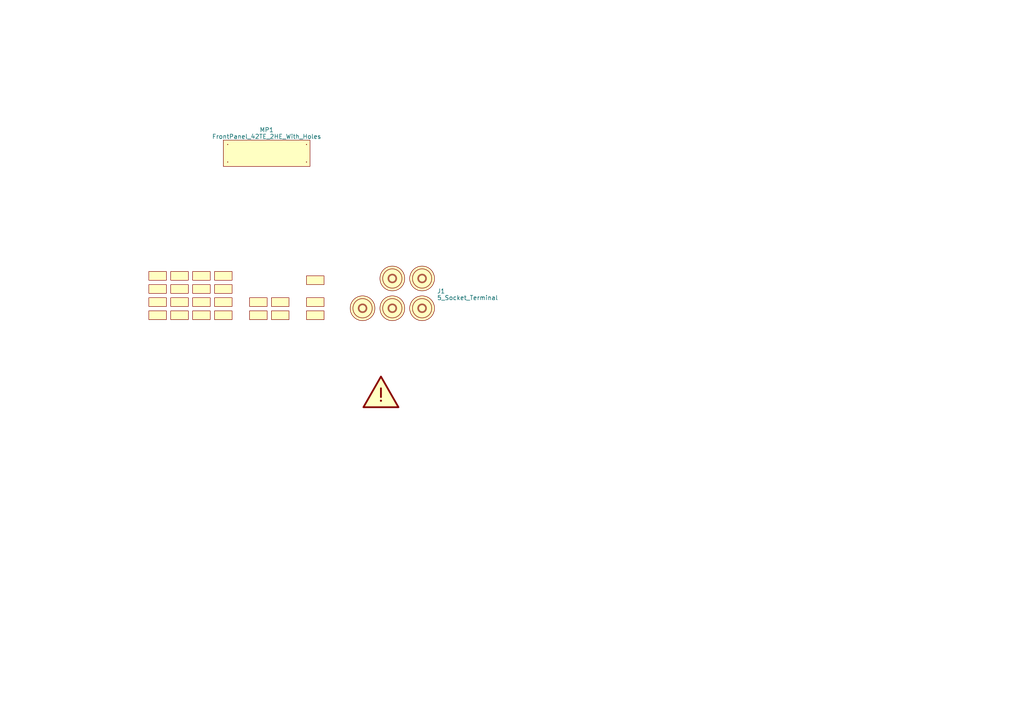
<source format=kicad_sch>
(kicad_sch (version 20230121) (generator eeschema)
  (paper "A4")
  (title_block (title "Front Panel for Programmable Precision Resistor") (date "2023-08-19") (rev "B") (company "Sebastian Harnisch"))
  (lib_symbols
    (symbol "01_Sebastian:SYMBOL_TRIANGLE_WARNING" (pin_numbers hide) (pin_names (offset 0) hide)
      (symbol "SYMBOL_TRIANGLE_WARNING_0_1"
        (circle (center 0 -1.9304) (radius 0.2272) (fill (type outline)))
        (polyline (pts (xy 0 -0.8636) (xy 0 1.6764)) (stroke (width 0.508)))
      )
      (symbol "SYMBOL_TRIANGLE_WARNING_1_1"
        (polyline (pts (xy -5.08 -3.81) (xy 5.08 -3.81) (xy 0 5.08) (xy -5.08 -3.81)) (stroke (width 0.508)) (fill (type background)))
      )
    )
    (symbol "02_Sebastian_FrontPanel:5_Socket_Terminal"
      (property "Reference" "J" (at 0 10.16 0))
      (property "Value" "5_Socket_Terminal" (at 0 12.7 0))
      (symbol "5_Socket_Terminal_0_1"
        (circle (center -4.318 -4.318) (radius 1.016) (stroke (width 0.1524)))
        (circle (center -4.318 -4.318) (radius 1.27) (stroke (width 0.1524)))
        (circle (center -4.318 -4.318) (radius 2.794) (stroke (width 0.1524)))
        (circle (center -4.318 -4.318) (radius 3.5921) (stroke (width 0.1524)) (fill (type background)))
        (circle (center -4.318 4.318) (radius 1.016) (stroke (width 0.1524)))
        (circle (center -4.318 4.318) (radius 1.27) (stroke (width 0.1524)))
        (circle (center -4.318 4.318) (radius 2.794) (stroke (width 0.1524)))
        (circle (center -4.318 4.318) (radius 3.5921) (stroke (width 0.1524)) (fill (type background)))
        (circle (center 4.318 -12.954) (radius 1.016) (stroke (width 0.1524)))
        (circle (center 4.318 -12.954) (radius 1.27) (stroke (width 0.1524)))
        (circle (center 4.318 -12.954) (radius 2.794) (stroke (width 0.1524)))
        (circle (center 4.318 -12.954) (radius 3.5921) (stroke (width 0.1524)) (fill (type background)))
        (circle (center 4.318 -4.318) (radius 1.016) (stroke (width 0.1524)))
        (circle (center 4.318 -4.318) (radius 1.27) (stroke (width 0.1524)))
        (circle (center 4.318 -4.318) (radius 2.794) (stroke (width 0.1524)))
        (circle (center 4.318 -4.318) (radius 3.5921) (stroke (width 0.1524)) (fill (type background)))
        (circle (center 4.318 4.318) (radius 1.016) (stroke (width 0.1524)))
        (circle (center 4.318 4.318) (radius 1.27) (stroke (width 0.1524)))
        (circle (center 4.318 4.318) (radius 2.794) (stroke (width 0.1524)))
        (circle (center 4.318 4.318) (radius 3.5921) (stroke (width 0.1524)) (fill (type background)))
      )
    )
    (symbol "02_Sebastian_FrontPanel:CK PE xx"
      (symbol "CK PE xx_0_1"
        (rectangle (start -2.54 1.27) (end 2.54 -1.27) (stroke (width 0.1524)) (fill (type background)))
      )
    )
    (symbol "02_Sebastian_FrontPanel:FrontPanel_42TE_2HE_With_Holes"
      (property "Reference" "MP" (at 0 5.08 0))
      (property "Value" "FrontPanel_42TE_2HE_With_Holes" (at 0 7.62 0))
      (symbol "FrontPanel_42TE_2HE_With_Holes_0_1"
        (rectangle (start -12.7 3.81) (end 12.446 -3.81) (stroke (width 0.1524)) (fill (type background)))
        (circle (center -11.43 -2.54) (radius 0.0001) (stroke (width 0.1524)))
        (circle (center -11.43 2.54) (radius 0.0001) (stroke (width 0.1524)))
        (circle (center 11.43 -2.54) (radius 0.0001) (stroke (width 0.1524)))
        (circle (center 11.43 2.54) (radius 0.0001) (stroke (width 0.1524)))
      )
    )
  )
  (symbol (lib_id "02_Sebastian_FrontPanel:CK PE xx") (at 58.42 80.01 0) (unit 1)
    (property "Reference" "SW10" (effects hide))
    (property "Value" "CK PE xx" (effects hide))
    (property "Footprint" "02_Sebastian_FrontPanel:CK PE" (effects hide))
    (property "Datasheet" "https://www.mouser.de/datasheet/2/240/pn-3050961.pdf" (effects hide))
  )
  (symbol (lib_id "01_Sebastian:SYMBOL_TRIANGLE_WARNING") (at 110.49 114.3 0) (unit 1)
    (property "Reference" "LOGO1" (effects hide))
    (property "Value" "SYMBOL_TRIANGLE_WARNING" (effects hide))
    (property "Footprint" "01_Sebastian:Triangle_Warning" (effects hide))
  )
  (symbol (lib_id "02_Sebastian_FrontPanel:CK PE xx") (at 45.72 87.63 0) (unit 1)
    (property "Reference" "SW9" (effects hide))
    (property "Value" "CK PE xx" (effects hide))
    (property "Footprint" "02_Sebastian_FrontPanel:CK PE" (effects hide))
    (property "Datasheet" "https://www.mouser.de/datasheet/2/240/pn-3050961.pdf" (effects hide))
  )
  (symbol (lib_id "02_Sebastian_FrontPanel:CK PE xx") (at 58.42 87.63 0) (unit 1)
    (property "Reference" "SW12" (effects hide))
    (property "Value" "CK PE xx" (effects hide))
    (property "Footprint" "02_Sebastian_FrontPanel:CK PE" (effects hide))
    (property "Datasheet" "https://www.mouser.de/datasheet/2/240/pn-3050961.pdf" (effects hide))
  )
  (symbol (lib_id "02_Sebastian_FrontPanel:CK PE xx") (at 45.72 91.44 0) (unit 1)
    (property "Reference" "SW1" (effects hide))
    (property "Value" "CK PE xx" (effects hide))
    (property "Footprint" "02_Sebastian_FrontPanel:CK PE" (effects hide))
    (property "Datasheet" "https://www.mouser.de/datasheet/2/240/pn-3050961.pdf" (effects hide))
  )
  (symbol (lib_id "02_Sebastian_FrontPanel:CK PE xx") (at 91.44 81.28 0) (unit 1)
    (property "Reference" "SW23" (effects hide))
    (property "Value" "CK PE xx" (effects hide))
    (property "Footprint" "02_Sebastian_FrontPanel:CK PE" (effects hide))
    (property "Datasheet" "https://www.mouser.de/datasheet/2/240/pn-3050961.pdf" (effects hide))
  )
  (symbol (lib_id "02_Sebastian_FrontPanel:CK PE xx") (at 74.93 87.63 0) (unit 1)
    (property "Reference" "SW15" (effects hide))
    (property "Value" "CK PE xx" (effects hide))
    (property "Footprint" "02_Sebastian_FrontPanel:CK PE" (effects hide))
    (property "Datasheet" "https://www.mouser.de/datasheet/2/240/pn-3050961.pdf" (effects hide))
  )
  (symbol (lib_id "02_Sebastian_FrontPanel:CK PE xx") (at 58.42 91.44 0) (unit 1)
    (property "Reference" "SW13" (effects hide))
    (property "Value" "CK PE xx" (effects hide))
    (property "Footprint" "02_Sebastian_FrontPanel:CK PE" (effects hide))
    (property "Datasheet" "https://www.mouser.de/datasheet/2/240/pn-3050961.pdf" (effects hide))
  )
  (symbol (lib_id "02_Sebastian_FrontPanel:CK PE xx") (at 64.77 87.63 0) (unit 1)
    (property "Reference" "SW8" (effects hide))
    (property "Value" "CK PE xx" (effects hide))
    (property "Footprint" "02_Sebastian_FrontPanel:CK PE" (effects hide))
    (property "Datasheet" "https://www.mouser.de/datasheet/2/240/pn-3050961.pdf" (effects hide))
  )
  (symbol (lib_id "02_Sebastian_FrontPanel:CK PE xx") (at 91.44 91.44 0) (unit 1)
    (property "Reference" "SW22" (effects hide))
    (property "Value" "CK PE xx" (effects hide))
    (property "Footprint" "02_Sebastian_FrontPanel:CK PE" (effects hide))
    (property "Datasheet" "https://www.mouser.de/datasheet/2/240/pn-3050961.pdf" (effects hide))
  )
  (symbol (lib_id "02_Sebastian_FrontPanel:FrontPanel_42TE_2HE_With_Holes") (at 77.47 44.45 0) (unit 1)
    (property "Reference" "MP1" (at 77.343 37.6809 0))
    (property "Value" "FrontPanel_42TE_2HE_With_Holes" (at 77.343 39.6019 0))
    (property "Footprint" "02_Sebastian_FrontPanel:Front_Panel_42TE_With_Holes" (effects hide))
  )
  (symbol (lib_id "02_Sebastian_FrontPanel:CK PE xx") (at 64.77 83.82 0) (unit 1)
    (property "Reference" "SW7" (effects hide))
    (property "Value" "CK PE xx" (effects hide))
    (property "Footprint" "02_Sebastian_FrontPanel:CK PE" (effects hide))
    (property "Datasheet" "https://www.mouser.de/datasheet/2/240/pn-3050961.pdf" (effects hide))
  )
  (symbol (lib_id "02_Sebastian_FrontPanel:CK PE xx") (at 52.07 83.82 0) (unit 1)
    (property "Reference" "SW3" (effects hide))
    (property "Value" "CK PE xx" (effects hide))
    (property "Footprint" "02_Sebastian_FrontPanel:CK PE" (effects hide))
    (property "Datasheet" "https://www.mouser.de/datasheet/2/240/pn-3050961.pdf" (effects hide))
  )
  (symbol (lib_id "02_Sebastian_FrontPanel:CK PE xx") (at 74.93 91.44 0) (unit 1)
    (property "Reference" "SW16" (effects hide))
    (property "Value" "CK PE xx" (effects hide))
    (property "Footprint" "02_Sebastian_FrontPanel:CK PE" (effects hide))
    (property "Datasheet" "https://www.mouser.de/datasheet/2/240/pn-3050961.pdf" (effects hide))
  )
  (symbol (lib_id "02_Sebastian_FrontPanel:CK PE xx") (at 64.77 91.44 0) (unit 1)
    (property "Reference" "SW14" (effects hide))
    (property "Value" "CK PE xx" (effects hide))
    (property "Footprint" "02_Sebastian_FrontPanel:CK PE" (effects hide))
    (property "Datasheet" "https://www.mouser.de/datasheet/2/240/pn-3050961.pdf" (effects hide))
  )
  (symbol (lib_id "02_Sebastian_FrontPanel:CK PE xx") (at 52.07 80.01 0) (unit 1)
    (property "Reference" "SW2" (effects hide))
    (property "Value" "CK PE xx" (effects hide))
    (property "Footprint" "02_Sebastian_FrontPanel:CK PE" (effects hide))
    (property "Datasheet" "https://www.mouser.de/datasheet/2/240/pn-3050961.pdf" (effects hide))
  )
  (symbol (lib_id "02_Sebastian_FrontPanel:5_Socket_Terminal") (at 118.11 85.09 270) (unit 1)
    (property "Reference" "J1" (at 126.7313 84.4463 90) (effects (justify left)))
    (property "Value" "5_Socket_Terminal" (at 126.7313 86.3673 90) (effects (justify left)))
    (property "Footprint" "02_Sebastian_FrontPanel:SEB_7080_NI_ARRAY_5" (effects hide))
  )
  (symbol (lib_id "02_Sebastian_FrontPanel:CK PE xx") (at 91.44 87.63 0) (unit 1)
    (property "Reference" "SW21" (effects hide))
    (property "Value" "CK PE xx" (effects hide))
    (property "Footprint" "02_Sebastian_FrontPanel:CK PE" (effects hide))
    (property "Datasheet" "https://www.mouser.de/datasheet/2/240/pn-3050961.pdf" (effects hide))
  )
  (symbol (lib_id "02_Sebastian_FrontPanel:CK PE xx") (at 52.07 87.63 0) (unit 1)
    (property "Reference" "SW4" (effects hide))
    (property "Value" "CK PE xx" (effects hide))
    (property "Footprint" "02_Sebastian_FrontPanel:CK PE" (effects hide))
    (property "Datasheet" "https://www.mouser.de/datasheet/2/240/pn-3050961.pdf" (effects hide))
  )
  (symbol (lib_id "02_Sebastian_FrontPanel:CK PE xx") (at 52.07 91.44 0) (unit 1)
    (property "Reference" "SW5" (effects hide))
    (property "Value" "CK PE xx" (effects hide))
    (property "Footprint" "02_Sebastian_FrontPanel:CK PE" (effects hide))
    (property "Datasheet" "https://www.mouser.de/datasheet/2/240/pn-3050961.pdf" (effects hide))
  )
  (symbol (lib_id "02_Sebastian_FrontPanel:CK PE xx") (at 81.28 91.44 0) (unit 1)
    (property "Reference" "SW20" (effects hide))
    (property "Value" "CK PE xx" (effects hide))
    (property "Footprint" "02_Sebastian_FrontPanel:CK PE" (effects hide))
    (property "Datasheet" "https://www.mouser.de/datasheet/2/240/pn-3050961.pdf" (effects hide))
  )
  (symbol (lib_id "02_Sebastian_FrontPanel:CK PE xx") (at 45.72 83.82 0) (unit 1)
    (property "Reference" "SW17" (effects hide))
    (property "Value" "CK PE xx" (effects hide))
    (property "Footprint" "02_Sebastian_FrontPanel:CK PE" (effects hide))
    (property "Datasheet" "https://www.mouser.de/datasheet/2/240/pn-3050961.pdf" (effects hide))
  )
  (symbol (lib_id "02_Sebastian_FrontPanel:CK PE xx") (at 58.42 83.82 0) (unit 1)
    (property "Reference" "SW11" (effects hide))
    (property "Value" "CK PE xx" (effects hide))
    (property "Footprint" "02_Sebastian_FrontPanel:CK PE" (effects hide))
    (property "Datasheet" "https://www.mouser.de/datasheet/2/240/pn-3050961.pdf" (effects hide))
  )
  (symbol (lib_id "02_Sebastian_FrontPanel:CK PE xx") (at 81.28 87.63 0) (unit 1)
    (property "Reference" "SW19" (effects hide))
    (property "Value" "CK PE xx" (effects hide))
    (property "Footprint" "02_Sebastian_FrontPanel:CK PE" (effects hide))
    (property "Datasheet" "https://www.mouser.de/datasheet/2/240/pn-3050961.pdf" (effects hide))
  )
  (symbol (lib_id "02_Sebastian_FrontPanel:CK PE xx") (at 64.77 80.01 0) (unit 1)
    (property "Reference" "SW6" (effects hide))
    (property "Value" "CK PE xx" (effects hide))
    (property "Footprint" "02_Sebastian_FrontPanel:CK PE" (effects hide))
    (property "Datasheet" "https://www.mouser.de/datasheet/2/240/pn-3050961.pdf" (effects hide))
  )
  (symbol (lib_id "02_Sebastian_FrontPanel:CK PE xx") (at 45.72 80.01 0) (unit 1)
    (property "Reference" "SW18" (effects hide))
    (property "Value" "CK PE xx" (effects hide))
    (property "Footprint" "02_Sebastian_FrontPanel:CK PE" (effects hide))
    (property "Datasheet" "https://www.mouser.de/datasheet/2/240/pn-3050961.pdf" (effects hide))
  )
)
</source>
